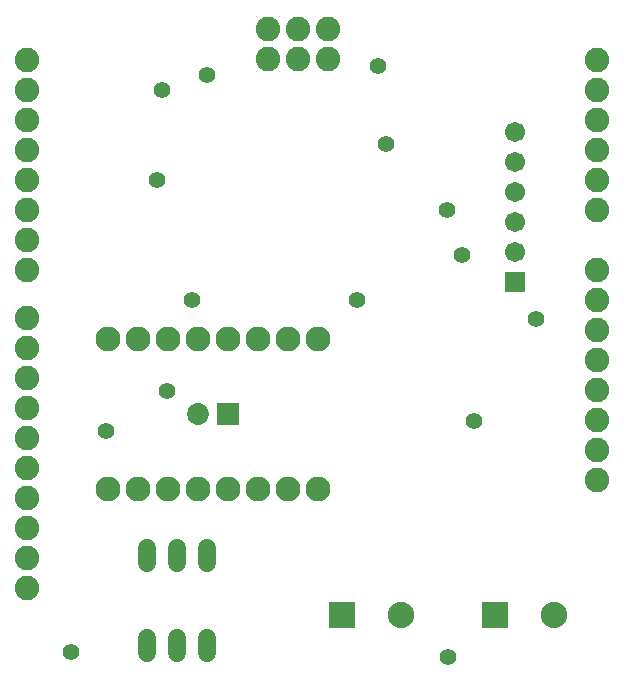
<source format=gbr>
G04 EAGLE Gerber RS-274X export*
G75*
%MOMM*%
%FSLAX34Y34*%
%LPD*%
%INSoldermask Top*%
%IPPOS*%
%AMOC8*
5,1,8,0,0,1.08239X$1,22.5*%
G01*
%ADD10C,2.082800*%
%ADD11C,2.108200*%
%ADD12C,1.711200*%
%ADD13R,1.711200X1.711200*%
%ADD14C,1.524000*%
%ADD15C,1.854200*%
%ADD16R,1.854200X1.854200*%
%ADD17R,2.235200X2.235200*%
%ADD18C,2.235200*%
%ADD19C,1.417600*%


D10*
X508000Y241300D03*
X508000Y266700D03*
X508000Y292100D03*
X508000Y317500D03*
X508000Y342900D03*
X508000Y368300D03*
X508000Y419100D03*
X508000Y444500D03*
X508000Y469900D03*
X508000Y495300D03*
X508000Y520700D03*
X508000Y546100D03*
X25400Y546100D03*
X25400Y520700D03*
X25400Y495300D03*
X25400Y469900D03*
X25400Y444500D03*
X25400Y419100D03*
X25400Y393700D03*
X25400Y368300D03*
X25400Y327660D03*
X25400Y302260D03*
X25400Y276860D03*
X25400Y251460D03*
X25400Y226060D03*
X25400Y200660D03*
X25400Y175260D03*
X25400Y149860D03*
X25400Y124460D03*
X25400Y99060D03*
X508000Y215900D03*
X508000Y190500D03*
X229100Y547500D03*
X229100Y572900D03*
X254500Y547500D03*
X279900Y547500D03*
X254500Y572900D03*
X279900Y572900D03*
D11*
X119380Y182880D03*
X144780Y182880D03*
X170180Y182880D03*
X195580Y182880D03*
X220980Y182880D03*
X246380Y182880D03*
X271780Y182880D03*
X93980Y182880D03*
X119380Y309880D03*
X144780Y309880D03*
X170180Y309880D03*
X195580Y309880D03*
X220980Y309880D03*
X246380Y309880D03*
X271780Y309880D03*
X93980Y309880D03*
D12*
X438150Y383540D03*
D13*
X438150Y358140D03*
D12*
X438150Y408940D03*
X438150Y434340D03*
X438150Y459740D03*
X438150Y485140D03*
D14*
X127000Y57404D02*
X127000Y44196D01*
X152400Y44196D02*
X152400Y57404D01*
X177800Y57404D02*
X177800Y44196D01*
X177800Y120396D02*
X177800Y133604D01*
X127000Y133604D02*
X127000Y120396D01*
X152400Y120396D02*
X152400Y133604D01*
D15*
X170380Y246380D03*
D16*
X195380Y246380D03*
D17*
X421640Y76200D03*
D18*
X471640Y76200D03*
D17*
X292100Y76200D03*
D18*
X342100Y76200D03*
D19*
X165100Y342900D03*
X304800Y342900D03*
X322548Y540966D03*
X62647Y44869D03*
X381809Y40636D03*
X403820Y240429D03*
X92277Y231963D03*
X143919Y265827D03*
X329320Y474933D03*
X135453Y444456D03*
X456308Y326781D03*
X393700Y381000D03*
X139700Y520700D03*
X381000Y419100D03*
X177800Y533400D03*
M02*

</source>
